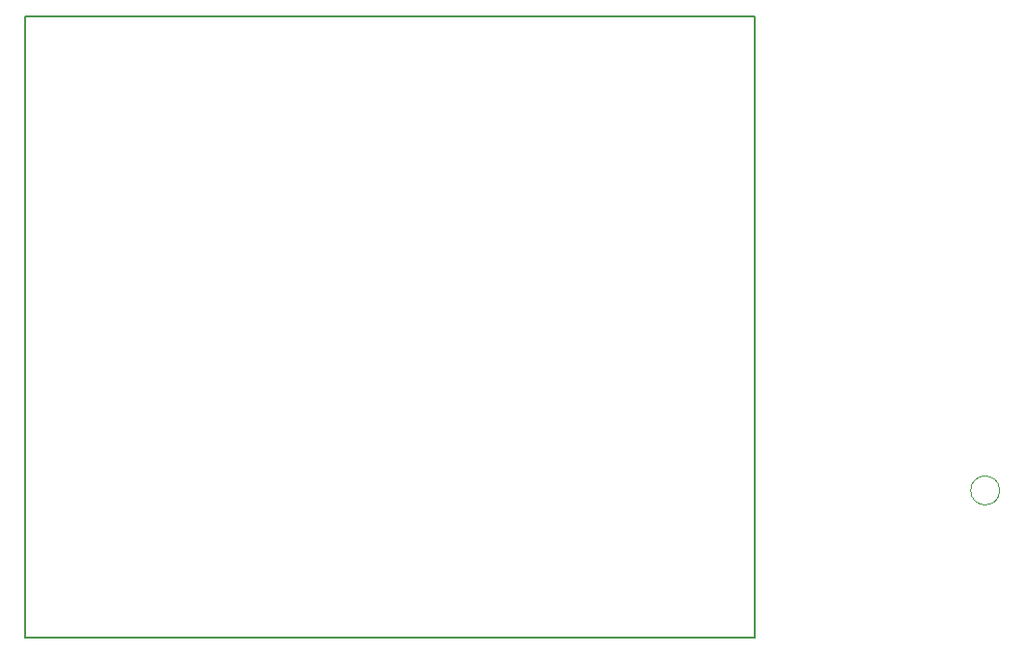
<source format=gbr>
G04 #@! TF.FileFunction,Profile,NP*
%FSLAX46Y46*%
G04 Gerber Fmt 4.6, Leading zero omitted, Abs format (unit mm)*
G04 Created by KiCad (PCBNEW 4.0.7) date Saturday, March 17, 2018 'PMt' 07:18:33 PM*
%MOMM*%
%LPD*%
G01*
G04 APERTURE LIST*
%ADD10C,0.050000*%
%ADD11C,0.200000*%
%ADD12C,0.001000*%
G04 APERTURE END LIST*
D10*
D11*
X126500000Y-117000000D02*
X126500000Y-62500000D01*
X62500000Y-117000000D02*
X126500000Y-117000000D01*
X62500000Y-62500000D02*
X62500000Y-117000000D01*
X126500000Y-62500000D02*
X62500000Y-62500000D01*
D12*
X147955000Y-104109520D02*
G75*
G03X147955000Y-104109520I-1270000J0D01*
G01*
M02*

</source>
